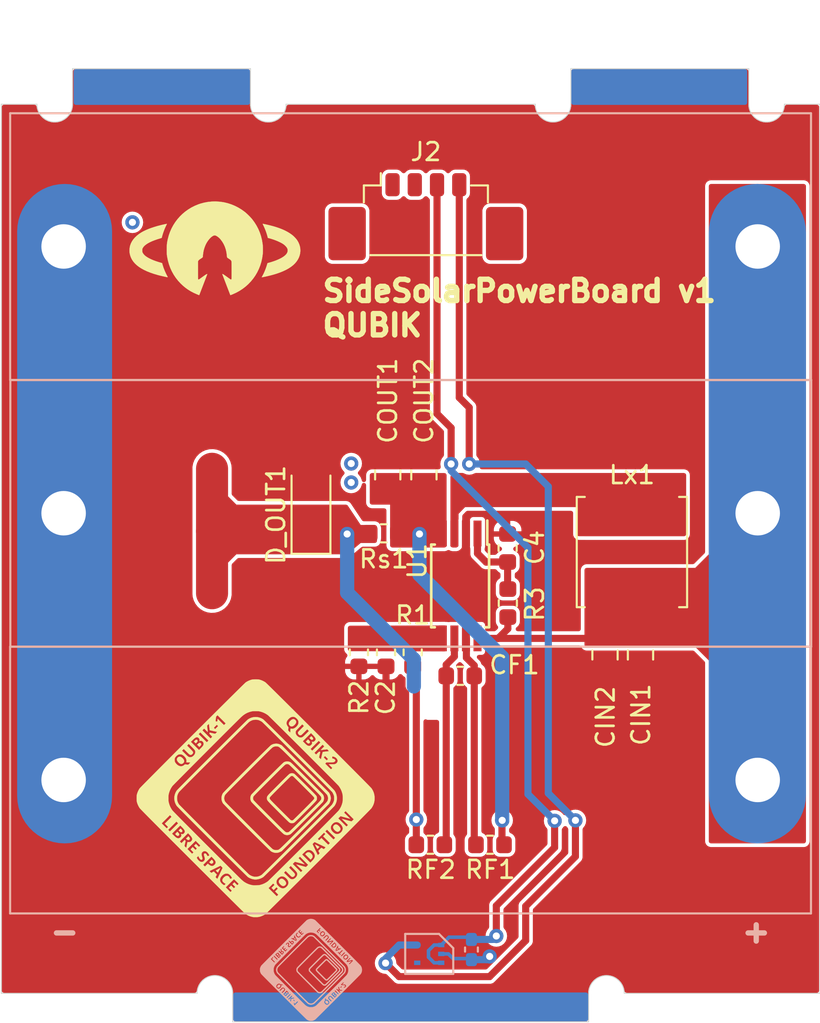
<source format=kicad_pcb>
(kicad_pcb (version 20221018) (generator pcbnew)
  (layers (0 "F.Cu" signal) (1 "In1.Cu" signal) (2 "In2.Cu" signal) (3 "In3.Cu" signal) (4 "In4.Cu" signal) (31 "B.Cu" signal) (34 "B.Paste" user) (35 "F.Paste" user) (36 "B.SilkS" user "B.Silkscreen") (37 "F.SilkS" user "F.Silkscreen") (38 "B.Mask" user) (39 "F.Mask" user) (44 "Edge.Cuts" user))
  (net 0 "")
  (net 1 "GND")
  (net 2 "/VCTRL")
  (net 3 "/ICTRL+")
  (net 4 "/ICTRL-")
  (net 5 "/LX")
  (net 6 "/VOUT")
  (net 7 "/MPP-SET")
  (net 8 "/PV+")
  (net 9 "/VBAT+")
  (net 10 "/LIGHT_VDD")
  (net 11 "/MTQ_1")
  (net 12 "/MTQ_2")
  (net 13 "/LIGHT_OUT")
  (footprint "Package_SO:TSSOP-8_4.4x3mm_P0.65mm" (layer "F.Cu") (at 151.281 100.589 -90)
    (fp_text reference "U1" (at -1.397 2.413 90) (layer "F.SilkS"))
    (fp_text value "SPV1040")
    (pad "1" smd rect (at -2.95 -0.975 270) (size 1.45 0.45) (layers "F.Cu" "F.Paste" "F.Mask") (net 7 "/MPP-SET"))
    (pad "2" smd rect (at -2.95 -0.325 270) (size 1.45 0.45) (layers "F.Cu" "F.Paste" "F.Mask") (net 1 "GND"))
    (pad "3" smd rect (at -2.95 0.325 270) (size 1.45 0.45) (layers "F.Cu" "F.Paste" "F.Mask") (net 5 "/LX"))
    (pad "4" smd rect (at -2.95 0.975 270) (size 1.45 0.45) (layers "F.Cu" "F.Paste" "F.Mask") (net 6 "/VOUT"))
    (pad "5" smd rect (at 2.95 0.975 270) (size 1.45 0.45) (layers "F.Cu" "F.Paste" "F.Mask") (net 2 "/VCTRL"))
    (pad "6" smd rect (at 2.95 0.325 270) (size 1.45 0.45) (layers "F.Cu" "F.Paste" "F.Mask") (net 4 "/ICTRL-"))
    (pad "7" smd rect (at 2.95 -0.325 270) (size 1.45 0.45) (layers "F.Cu" "F.Paste" "F.Mask") (net 3 "/ICTRL+"))
    (pad "8" smd rect (at 2.95 -0.975 270) (size 1.45 0.45) (layers "F.Cu" "F.Paste" "F.Mask") (net 8 "/PV+"))
  )
  (footprint "Capacitor_SMD:C_0805_2012Metric" (layer "F.Cu") (at 147.212 94.3415 90)
    (fp_text reference "COUT1" (at 4.1665 0.005 90) (layer "F.SilkS"))
    (fp_text value "33uF")
    (pad "1" smd roundrect (at -0.9375 0 90) (size 0.975 1.4) (layers "F.Cu" "F.Paste" "F.Mask") (net 6 "/VOUT"))
    (pad "2" smd roundrect (at 0.9375 0 90) (size 0.975 1.4) (layers "F.Cu" "F.Paste" "F.Mask") (net 1 "GND"))
  )
  (footprint "Resistor_SMD:R_0603_1608Metric" (layer "F.Cu") (at 146.9885 97.6299)
    (fp_text reference "Rs1" (at -0.0001 1.4478) (layer "F.SilkS"))
    (fp_text value "20m")
    (pad "1" smd roundrect (at -0.7875 0) (size 0.875 0.95) (layers "F.Cu" "F.Paste" "F.Mask") (net 9 "/VBAT+"))
    (pad "2" smd roundrect (at 0.7875 0) (size 0.875 0.95) (layers "F.Cu" "F.Paste" "F.Mask") (net 6 "/VOUT"))
  )
  (footprint "Capacitor_SMD:C_0805_2012Metric" (layer "F.Cu") (at 149.244 94.3415 90)
    (fp_text reference "COUT2" (at 4.1665 0.005 90) (layer "F.SilkS"))
    (fp_text value "33uF")
    (pad "1" smd roundrect (at -0.9375 0 90) (size 0.975 1.4) (layers "F.Cu" "F.Paste" "F.Mask") (net 6 "/VOUT"))
    (pad "2" smd roundrect (at 0.9375 0 90) (size 0.975 1.4) (layers "F.Cu" "F.Paste" "F.Mask") (net 1 "GND"))
  )
  (footprint "Capacitor_SMD:C_0805_2012Metric" (layer "F.Cu") (at 161.4142 104.4698 -90)
    (fp_text reference "CIN1" (at 3.3582 -0.0268 270) (layer "F.SilkS"))
    (fp_text value "33uF")
    (pad "1" smd roundrect (at -0.9375 0 270) (size 0.975 1.4) (layers "F.Cu" "F.Paste" "F.Mask") (net 8 "/PV+"))
    (pad "2" smd roundrect (at 0.9375 0 270) (size 0.975 1.4) (layers "F.Cu" "F.Paste" "F.Mask") (net 1 "GND"))
  )
  (footprint "Capacitor_SMD:C_0805_2012Metric" (layer "F.Cu") (at 159.4203 104.4675 -90)
    (fp_text reference "CIN2" (at 3.4875 -0.0254 270) (layer "F.SilkS"))
    (fp_text value "33uF")
    (pad "1" smd roundrect (at -0.9375 0 270) (size 0.975 1.4) (layers "F.Cu" "F.Paste" "F.Mask") (net 8 "/PV+"))
    (pad "2" smd roundrect (at 0.9375 0 270) (size 0.975 1.4) (layers "F.Cu" "F.Paste" "F.Mask") (net 1 "GND"))
  )
  (footprint "Capacitor_SMD:C_0603_1608Metric" (layer "F.Cu") (at 151.286 105.645 180)
    (fp_text reference "CF1" (at -3.043 0.611) (layer "F.SilkS"))
    (fp_text value "1uF")
    (pad "1" smd roundrect (at -0.7875 0 180) (size 0.875 0.95) (layers "F.Cu" "F.Paste" "F.Mask") (net 3 "/ICTRL+"))
    (pad "2" smd roundrect (at 0.7875 0 180) (size 0.875 0.95) (layers "F.Cu" "F.Paste" "F.Mask") (net 4 "/ICTRL-"))
  )
  (footprint "Capacitor_SMD:C_0603_1608Metric" (layer "F.Cu") (at 153.948 98.4555 90)
    (fp_text reference "C4" (at 0.0255 1.524 270) (layer "F.SilkS"))
    (fp_text value "100nF")
    (pad "1" smd roundrect (at -0.7875 0 90) (size 0.875 0.95) (layers "F.Cu" "F.Paste" "F.Mask") (net 7 "/MPP-SET"))
    (pad "2" smd roundrect (at 0.7875 0 90) (size 0.875 0.95) (layers "F.Cu" "F.Paste" "F.Mask") (net 1 "GND"))
  )
  (footprint "Resistor_SMD:R_0603_1608Metric" (layer "F.Cu") (at 153.9607 101.5542 90)
    (fp_text reference "R3" (at -0.0508 1.5113 90) (layer "F.SilkS"))
    (fp_text value "1k")
    (pad "1" smd roundrect (at -0.7875 0 90) (size 0.875 0.95) (layers "F.Cu" "F.Paste" "F.Mask") (net 8 "/PV+"))
    (pad "2" smd roundrect (at 0.7875 0 90) (size 0.875 0.95) (layers "F.Cu" "F.Paste" "F.Mask") (net 7 "/MPP-SET"))
  )
  (footprint "Resistor_SMD:R_0603_1608Metric" (layer "F.Cu") (at 152.9573 115.1432 180)
    (fp_text reference "RF1" (at -0.0126 -1.397 180) (layer "F.SilkS"))
    (fp_text value "1k")
    (pad "1" smd roundrect (at -0.7875 0 180) (size 0.875 0.95) (layers "F.Cu" "F.Paste" "F.Mask") (net 6 "/VOUT"))
    (pad "2" smd roundrect (at 0.7875 0 180) (size 0.875 0.95) (layers "F.Cu" "F.Paste" "F.Mask") (net 3 "/ICTRL+"))
  )
  (footprint "Resistor_SMD:R_0603_1608Metric" (layer "F.Cu") (at 149.6045 115.1432)
    (fp_text reference "RF2" (at 0.0255 1.397) (layer "F.SilkS"))
    (fp_text value "1k")
    (pad "1" smd roundrect (at -0.7875 0) (size 0.875 0.95) (layers "F.Cu" "F.Paste" "F.Mask") (net 9 "/VBAT+"))
    (pad "2" smd roundrect (at 0.7875 0) (size 0.875 0.95) (layers "F.Cu" "F.Paste" "F.Mask") (net 4 "/ICTRL-"))
  )
  (footprint "Resistor_SMD:R_0603_1608Metric" (layer "F.Cu") (at 148.614 104.3229 90)
    (fp_text reference "R1" (at 2.0829 0) (layer "F.SilkS"))
    (fp_text value "1M_0.1%")
    (pad "1" smd roundrect (at -0.7875 0 90) (size 0.875 0.95) (layers "F.Cu" "F.Paste" "F.Mask") (net 9 "/VBAT+"))
    (pad "2" smd roundrect (at 0.7875 0 90) (size 0.875 0.95) (layers "F.Cu" "F.Paste" "F.Mask") (net 2 "/VCTRL"))
  )
  (footprint "Resistor_SMD:R_0603_1608Metric" (layer "F.Cu") (at 145.5914 104.3228 -90)
    (fp_text reference "R2" (at 2.5399 -0.0127 90) (layer "F.SilkS"))
    (fp_text value "422k_0.1%")
    (pad "1" smd roundrect (at -0.7875 0 270) (size 0.875 0.95) (layers "F.Cu" "F.Paste" "F.Mask") (net 2 "/VCTRL"))
    (pad "2" smd roundrect (at 0.7875 0 270) (size 0.875 0.95) (layers "F.Cu" "F.Paste" "F.Mask") (net 1 "GND"))
  )
  (footprint "lsf-kicad-lib:DO-222AA" (layer "F.Cu") (at 142.899 96.618 90)
    (fp_text reference "D_OUT1" (at 0.0295 -1.9685 270) (layer "F.SilkS"))
    (fp_text value "4v5")
    (pad "1" smd rect (at -1.74 0 90) (size 0.65 0.95) (layers "F.Cu" "F.Paste" "F.Mask") (net 9 "/VBAT+"))
    (pad "1" smd rect (at -0.415 0 90) (size 2 1.95) (layers "F.Cu" "F.Paste" "F.Mask") (net 9 "/VBAT+"))
    (pad "2" smd rect (at 1.64 0 90) (size 0.85 0.65) (layers "F.Cu" "F.Paste" "F.Mask") (net 1 "GND"))
  )
  (footprint "Inductor_SMD:L_Bourns_SRN6045TA" (layer "F.Cu") (at 160.933 98.684 90)
    (fp_text reference "Lx1" (at 4.3385 0 180) (layer "F.SilkS"))
    (fp_text value "33uH")
    (pad "1" smd rect locked (at -2.075 0 90) (size 2.35 5.1) (layers "F.Cu" "F.Paste" "F.Mask") (net 8 "/PV+"))
    (pad "2" smd rect locked (at 2.075 0 90) (size 2.35 5.1) (layers "F.Cu" "F.Paste" "F.Mask") (net 5 "/LX"))
  )
  (footprint "Capacitor_SMD:C_0603_1608Metric" (layer "F.Cu") (at 147.1154 104.3228 90)
    (fp_text reference "C2" (at -2.5527 -0.0254 90) (layer "F.SilkS"))
    (fp_text value "1nF")
    (pad "1" smd roundrect (at -0.7875 0 90) (size 0.875 0.95) (layers "F.Cu" "F.Paste" "F.Mask") (net 1 "GND"))
    (pad "2" smd roundrect (at 0.7875 0 90) (size 0.875 0.95) (layers "F.Cu" "F.Paste" "F.Mask") (net 2 "/VCTRL"))
  )
  (footprint "lsf-kicad-lib:QUBIK-Logo-13x13" (layer "F.Cu") (at 139.7875 112.527)
    (fp_text reference "REF**" hide)
    (fp_text value "QUBIK-Logo-13x13" hide)
  )
  (footprint "lsf-kicad-lib:lsf-logo-10x6" (layer "F.Cu") (at 137.5015 81.6025)
    (fp_text reference "REF**" hide)
    (fp_text value "lsf-logo-10x6" hide)
  )
  (footprint "Connector_Molex:Molex_PicoBlade_53398-0471_1x04-1MP_P1.25mm_Vertical" (layer "F.Cu") (at 149.356 79.277)
    (fp_text reference "J2" (at 0 -3.1) (layer "F.SilkS"))
    (fp_text value "Conn_01x04")
    (pad "1" smd roundrect (at -1.875 -1.25) (size 0.8 1.3) (layers "F.Cu" "F.Paste" "F.Mask") (net 11 "/MTQ_1"))
    (pad "2" smd roundrect (at -0.625 -1.25) (size 0.8 1.3) (layers "F.Cu" "F.Paste" "F.Mask") (net 12 "/MTQ_2"))
    (pad "3" smd roundrect (at 0.625 -1.25) (size 0.8 1.3) (layers "F.Cu" "F.Paste" "F.Mask") (net 10 "/LIGHT_VDD"))
    (pad "4" smd roundrect (at 1.875 -1.25) (size 0.8 1.3) (layers "F.Cu" "F.Paste" "F.Mask") (net 13 "/LIGHT_OUT"))
    (pad "MP" smd roundrect (at -4.425 1.5) (size 2.1 3) (layers "F.Cu" "F.Paste" "F.Mask") (roundrect_rratio 0.119048))
    (pad "MP" smd roundrect (at 4.425 1.5) (size 2.1 3) (layers "F.Cu" "F.Paste" "F.Mask") (roundrect_rratio 0.119048))
  )
  (footprint "lsf-kicad-lib:SM141K04LV" (layer "B.Cu") (at 148.5066 96.5073 180)
    (fp_text reference "SC2" hide)
    (fp_text value "Solar_Cell")
    (pad "1" smd circle locked (at -19.5 0 180) (size 3 3) (layers "B.Cu" "B.Paste" "B.Mask") (net 8 "/PV+"))
    (pad "2" smd circle locked (at 19.5 0 180) (size 3 3) (layers "B.Cu" "B.Paste" "B.Mask") (net 1 "GND"))
  )
  (footprint "lsf-kicad-lib:SM141K04LV" (layer "B.Cu") (at 148.4939 111.506 180)
    (fp_text reference "SC3" hide)
    (fp_text value "Solar_Cell")
    (pad "1" smd circle locked (at -19.5 0 180) (size 3 3) (layers "B.Cu" "B.Paste" "B.Mask") (net 8 "/PV+"))
    (pad "2" smd circle locked (at 19.5 0 180) (size 3 3) (layers "B.Cu" "B.Paste" "B.Mask") (net 1 "GND"))
  )
  (footprint "lsf-kicad-lib:SM141K04LV" (layer "B.Cu") (at 148.4956 81.5086 180)
    (fp_text reference "SC1" hide)
    (fp_text value "Solar_Cell")
    (pad "1" smd circle (at -19.5 0 180) (size 3 3) (layers "B.Cu" "B.Paste" "B.Mask") (net 8 "/PV+"))
    (pad "2" smd circle (at 19.5 0 180) (size 3 3) (layers "B.Cu" "B.Paste" "B.Mask") (net 1 "GND"))
  )
  (footprint "lsf-kicad-lib:QUBIK-Logo-6x6" (layer "B.Cu") (at 142.899 122.179)
    (fp_text reference "REF**" hide)
    (fp_text value "QUBIK-Logo-6x6" hide)
  )
  (footprint "POQUITO_Panel_Library:WSOF-5" (layer "B.Cu") (at 149.543 121.282 180)
    (fp_text reference "U2" hide)
    (fp_text value "~")
    (pad "1" smd rect (at -0.675 0.5 270) (size 0.25 0.35) (layers "B.Cu" "B.Paste" "B.Mask") (net 10 "/LIGHT_VDD"))
    (pad "2" smd rect (at -0.675 0 270) (size 0.25 0.35) (layers "B.Cu" "B.Paste" "B.Mask") (net 1 "GND"))
    (pad "3" smd rect (at -0.675 -0.5 270) (size 0.25 0.35) (layers "B.Cu" "B.Paste" "B.Mask") (net 10 "/LIGHT_VDD"))
    (pad "4" smd rect (at 0.675 -0.5 270) (size 0.25 0.35) (layers "B.Cu" "B.Paste" "B.Mask"))
    (pad "5" smd rect (at 0.675 0.5 270) (size 0.25 0.35) (layers "B.Cu" "B.Paste" "B.Mask") (net 13 "/LIGHT_OUT"))
  )
  (footprint "Capacitor_SMD:C_0402_1005Metric_Pad0.74x0.62mm_HandSolder" (layer "B.Cu") (at 151.916 121.036 -90)
    (fp_text reference "C1" hide)
    (fp_text value "C")
    (pad "1" smd roundrect (at -0.5675 0 270) (size 0.735 0.62) (layers "B.Cu" "B.Paste" "B.Mask") (net 10 "/LIGHT_VDD"))
    (pad "2" smd roundrect (at 0.5675 0 270) (size 0.735 0.62) (layers "B.Cu" "B.Paste" "B.Mask") (net 1 "GND"))
  )
  (gr_line (start 125.5 73.5) (end 127.5 73.5) (stroke (width 0.05)) (layer "Edge.Cuts"))
  (gr_arc (start 141.5 73.5) (mid 140.5 74.5) (end 139.5 73.5) (stroke (width 0.05)) (layer "Edge.Cuts"))
  (gr_line (start 125.5 123.5) (end 125.5 73.5) (stroke (width 0.05)) (layer "Edge.Cuts"))
  (gr_line (start 129.5 73.5) (end 129.5 71.5) (stroke (width 0.05)) (layer "Edge.Cuts"))
  (gr_line (start 138.5 125.1) (end 158.5 125.1) (stroke (width 0.05)) (layer "Edge.Cuts"))
  (gr_line (start 171.5 123.5) (end 160.5 123.5) (stroke (width 0.05)) (layer "Edge.Cuts"))
  (gr_arc (start 169.5 73.5) (mid 168.5 74.5) (end 167.5 73.5) (stroke (width 0.05)) (layer "Edge.Cuts"))
  (gr_line (start 169.5 73.5) (end 171.5 73.5) (stroke (width 0.05)) (layer "Edge.Cuts"))
  (gr_line (start 158.5 125.1) (end 158.5 123.5) (stroke (width 0.05)) (layer "Edge.Cuts"))
  (gr_arc (start 129.5 73.5) (mid 128.5 74.5) (end 127.5 73.5) (stroke (width 0.05)) (layer "Edge.Cuts"))
  (gr_line (start 157.5 73.5) (end 157.5 71.5) (stroke (width 0.05)) (layer "Edge.Cuts"))
  (gr_arc (start 158.5 123.5) (mid 159.5 122.5) (end 160.5 123.5) (stroke (width 0.05)) (layer "Edge.Cuts"))
  (gr_line (start 167.5 71.5) (end 167.5 73.5) (stroke (width 0.05)) (layer "Edge.Cuts"))
  (gr_line (start 141.5 73.5) (end 155.5 73.5) (stroke (width 0.05)) (layer "Edge.Cuts"))
  (gr_arc (start 136.5 123.5) (mid 137.5 122.5) (end 138.5 123.5) (stroke (width 0.05)) (layer "Edge.Cuts"))
  (gr_line (start 171.5 73.5) (end 171.5 123.5) (stroke (width 0.05)) (layer "Edge.Cuts"))
  (gr_line (start 157.5 71.5) (end 167.5 71.5) (stroke (width 0.05)) (layer "Edge.Cuts"))
  (gr_line (start 125.5 123.5) (end 136.5 123.5) (stroke (width 0.05)) (layer "Edge.Cuts"))
  (gr_arc (start 157.5 73.5) (mid 156.5 74.5) (end 155.5 73.5) (stroke (width 0.05)) (layer "Edge.Cuts"))
  (gr_line (start 129.5 71.5) (end 139.5 71.5) (stroke (width 0.05)) (layer "Edge.Cuts"))
  (gr_line (start 138.5 123.5) (end 138.5 125.1) (stroke (width 0.05)) (layer "Edge.Cuts"))
  (gr_line (start 139.5 71.5) (end 139.5 73.5) (stroke (width 0.05)) (layer "Edge.Cuts"))
  (gr_text "-" (at 129.056 120.02) (layer "B.SilkS") (effects (font (size 1.2 1.2) (thickness 0.3)) (justify mirror)))
  (gr_text "+" (at 167.918 120.02) (layer "B.SilkS") (effects (font (size 1.2 1.2) (thickness 0.3)) (justify mirror)))
  (gr_text "SideSolarPowerBoard v1\nQUBIK" (at 143.407 84.968) (layer "F.SilkS") (effects (font (size 1.2 1.2) (thickness 0.3)) (justify left)))
  (segment (start 147.1154 105.1103) (end 147.1154 115.6004) (width 0.4) (layer "F.Cu") (net 1))
  (segment (start 147.1154 115.6004) (end 152.938168 121.423168) (width 0.4) (layer "F.Cu") (net 1))
  (via (at 129 81.5) (size 4) (drill 2.5) (layers "F.Cu" "B.Cu") (net 1))
  (via (at 129 96.5) (size 4) (drill 2.5) (layers "F.Cu" "B.Cu") (net 1))
  (via (at 129 111.5) (size 4) (drill 2.5) (layers "F.Cu" "B.Cu") (net 1))
  (via (at 152.938168 121.423168) (size 0.8) (drill 0.4) (layers "F.Cu" "B.Cu") (net 1))
  (segment (start 151.916 121.6035) (end 152.757836 121.6035) (width 0.4) (layer "B.Cu") (net 1))
  (segment (start 150.88 121.544) (end 151.8565 121.544) (width 0.2) (layer "B.Cu") (net 1))
  (segment (start 150.618 121.282) (end 150.88 121.544) (width 0.2) (layer "B.Cu") (net 1))
  (segment (start 152.757836 121.6035) (end 152.938168 121.423168) (width 0.4) (layer "B.Cu") (net 1))
  (segment (start 150.218 121.282) (end 150.618 121.282) (width 0.2) (layer "B.Cu") (net 1))
  (segment (start 151.8565 121.544) (end 151.916 121.6035) (width 0.2) (layer "B.Cu") (net 1))
  (segment (start 152.0735 105.645) (end 152.0735 105.0645) (width 0.4) (layer "F.Cu") (net 3))
  (segment (start 152.0735 105.0645) (end 151.630999 104.621999) (width 0.4) (layer "F.Cu") (net 3))
  (segment (start 152.0735 115.0469) (end 152.0735 105.645) (width 0.4) (layer "F.Cu") (net 3))
  (segment (start 152.1698 115.1432) (end 152.0735 115.0469) (width 0.4) (layer "F.Cu") (net 3))
  (segment (start 151.630999 104.621999) (end 151.630999 103.563999) (width 0.4) (layer "F.Cu") (net 3))
  (segment (start 150.4985 115.0367) (end 150.4985 105.645) (width 0.4) (layer "F.Cu") (net 4))
  (segment (start 150.956 104.559002) (end 150.956 103.539) (width 0.4) (layer "F.Cu") (net 4))
  (segment (start 150.392 114.94) (end 150.392 115.1432) (width 0.4) (layer "F.Cu") (net 4))
  (segment (start 150.4985 105.645) (end 150.4985 105.016502) (width 0.4) (layer "F.Cu") (net 4))
  (segment (start 150.392 115.1432) (end 150.4985 115.0367) (width 0.4) (layer "F.Cu") (net 4))
  (segment (start 150.4985 105.016502) (end 150.956 104.559002) (width 0.4) (layer "F.Cu") (net 4))
  (segment (start 153.6432 113.7208) (end 153.6305 113.7335) (width 0.4) (layer "F.Cu") (net 6))
  (segment (start 153.6305 115.0289) (end 153.7448 115.1432) (width 0.4) (layer "F.Cu") (net 6))
  (segment (start 153.6305 113.7335) (end 153.6305 115.0289) (width 0.4) (layer "F.Cu") (net 6))
  (via (at 145.1596 94.7724) (size 0.8) (drill 0.4) (layers "F.Cu" "B.Cu") (net 6))
  (via (at 148.995 97.668) (size 0.8) (drill 0.4) (layers "F.Cu" "B.Cu") (net 6))
  (via (at 145.1596 93.7056) (size 0.8) (drill 0.4) (layers "F.Cu" "B.Cu") (net 6))
  (via (at 153.6432 113.7716) (size 0.8) (drill 0.4) (layers "F.Cu" "B.Cu") (net 6))
  (via (at 132.866 80.142) (size 0.8) (drill 0.4) (layers "F.Cu" "B.Cu") (net 6))
  (segment (start 148.995 97.668) (end 148.995 99.954) (width 0.8) (layer "B.Cu") (net 6))
  (segment (start 153.6432 104.6022) (end 153.6432 113.7716) (width 0.8) (layer "B.Cu") (net 6))
  (segment (start 148.995 99.954) (end 153.6432 104.6022) (width 0.8) (layer "B.Cu") (net 6))
  (segment (start 152.748 99.243) (end 153.948 99.243) (width 0.4) (layer "F.Cu") (net 7))
  (segment (start 153.948 99.243) (end 153.948 100.754) (width 0.4) (layer "F.Cu") (net 7))
  (segment (start 152.7415 99.2495) (end 152.748 99.243) (width 0.4) (layer "F.Cu") (net 7))
  (segment (start 153.948 100.754) (end 153.9607 100.7667) (width 0.4) (layer "F.Cu") (net 7))
  (segment (start 152.256 98.764) (end 152.7415 99.2495) (width 0.4) (layer "F.Cu") (net 7))
  (segment (start 152.256 97.639) (end 152.256 98.764) (width 0.4) (layer "F.Cu") (net 7))
  (segment (start 152.881 103.539) (end 152.256 103.539) (width 0.4) (layer "F.Cu") (net 8))
  (segment (start 153.4182 103.539) (end 159.4113 103.539) (width 0.4) (layer "F.Cu") (net 8))
  (segment (start 153.9607 102.3417) (end 153.9607 102.9965) (width 0.4) (layer "F.Cu") (net 8))
  (segment (start 152.256 103.539) (end 153.4182 103.539) (width 0.4) (layer "F.Cu") (net 8))
  (segment (start 153.9607 102.9965) (end 153.4182 103.539) (width 0.4) (layer "F.Cu") (net 8))
  (segment (start 159.4113 103.539) (end 159.4203 103.53) (width 0.4) (layer "F.Cu") (net 8))
  (via (at 168 96.5) (size 4) (drill 2.5) (layers "F.Cu" "B.Cu") (net 8))
  (via (at 168 111.5) (size 4) (drill 2.5) (layers "F.Cu" "B.Cu") (net 8))
  (via (at 168 81.5) (size 4) (drill 2.5) (layers "F.Cu" "B.Cu") (net 8))
  (segment (start 167.9956 96.4956) (end 168 96.5) (width 1.8) (layer "B.Cu") (net 8))
  (segment (start 168 111.4999) (end 167.9939 111.506) (width 1.8) (layer "B.Cu") (net 8))
  (segment (start 137.34 94) (end 137.34 97.512) (width 1.8) (layer "F.Cu") (net 9))
  (segment (start 148.8172 113.7251) (end 148.8172 106.3802) (width 0.4) (layer "F.Cu") (net 9))
  (segment (start 148.614 106.177) (end 148.614 105.1104) (width 0.4) (layer "F.Cu") (net 9))
  (segment (start 137.34 101) (end 137.34 97.512) (width 1.8) (layer "F.Cu") (net 9))
  (segment (start 148.8172 106.3802) (end 148.614 106.177) (width 0.4) (layer "F.Cu") (net 9))
  (segment (start 148.817 113.7253) (end 148.817 115.1432) (width 0.4) (layer "F.Cu") (net 9))
  (via (at 148.817 113.7253) (size 0.8) (drill 0.4) (layers "F.Cu" "B.Cu") (net 9))
  (via (at 144.931 97.668) (size 0.8) (drill 0.4) (layers "F.Cu" "B.Cu") (net 9))
  (segment (start 148.6775 104.7165) (end 148.6775 106.2405) (width 0.8) (layer "B.Cu") (net 9))
  (segment (start 144.931 97.668) (end 144.931 100.97) (width 0.8) (layer "B.Cu") (net 9))
  (segment (start 144.931 100.97) (end 148.6775 104.7165) (width 0.8) (layer "B.Cu") (net 9))
  (segment (start 156.5896 113.797) (end 156.5896 115.2956) (width 0.4) (layer "F.Cu") (net 10))
  (segment (start 150.773 93.731) (end 150.773 91.699) (width 0.4) (layer "F.Cu") (net 10))
  (segment (start 150.773 91.699) (end 149.981 90.907) (width 0.4) (layer "F.Cu") (net 10))
  (segment (start 153.313 118.5722) (end 153.313 120.274) (width 0.4) (layer "F.Cu") (net 10))
  (segment (start 149.981 90.907) (end 149.981 78.027) (width 0.4) (layer "F.Cu") (net 10))
  (segment (start 156.5896 115.2956) (end 153.313 118.5722) (width 0.4) (layer "F.Cu") (net 10))
  (via (at 153.313 120.274) (size 0.8) (drill 0.4) (layers "F.Cu" "B.Cu") (net 10))
  (via (at 150.773 93.731) (size 0.8) (drill 0.4) (layers "F.Cu" "B.Cu") (net 10))
  (via (at 156.5896 113.797) (size 0.8) (drill 0.4) (layers "F.Cu" "B.Cu") (net 10))
  (segment (start 149.503 121.097) (end 149.818 120.782) (width 0.2) (layer "B.Cu") (net 10))
  (segment (start 149.503 121.467) (end 149.503 121.097) (width 0.2) (layer "B.Cu") (net 10))
  (segment (start 150.773 94.112) (end 155.091 98.43) (width 0.4) (layer "B.Cu") (net 10))
  (segment (start 150.773 93.731) (end 150.773 94.112) (width 0.4) (layer "B.Cu") (net 10))
  (segment (start 151.916 120.3415) (end 150.6585 120.3415) (width 0.2) (layer "B.Cu") (net 10))
  (segment (start 155.091 98.43) (end 155.091 112.2984) (width 0.4) (layer "B.Cu") (net 10))
  (segment (start 153.313 120.274) (end 153.1185 120.4685) (width 0.4) (layer "B.Cu") (net 10))
  (segment (start 153.1185 120.4685) (end 151.916 120.4685) (width 0.4) (layer "B.Cu") (net 10))
  (segment (start 149.818 121.782) (end 149.503 121.467) (width 0.2) (layer "B.Cu") (net 10))
  (segment (start 150.218 121.782) (end 149.818 121.782) (width 0.2) (layer "B.Cu") (net 10))
  (segment (start 150.6585 120.3415) (end 150.218 120.782) (width 0.2) (layer "B.Cu") (net 10))
  (segment (start 149.818 120.782) (end 150.218 120.782) (width 0.2) (layer "B.Cu") (net 10))
  (segment (start 155.091 112.2984) (end 156.5896 113.797) (width 0.4) (layer "B.Cu") (net 10))
  (segment (start 154.964 118.5976) (end 154.964 120.528) (width 0.4) (layer "F.Cu") (net 13))
  (segment (start 151.231 89.998) (end 151.789 90.556) (width 0.4) (layer "F.Cu") (net 13))
  (segment (start 151.789 90.556) (end 151.789 93.731) (width 0.4) (layer "F.Cu") (net 13))
  (segment (start 152.932 122.56) (end 147.852 122.56) (width 0.4) (layer "F.Cu") (net 13))
  (segment (start 154.964 120.528) (end 152.932 122.56) (width 0.4) (layer "F.Cu") (net 13))
  (segment (start 151.231 78.027) (end 151.231 89.998) (width 0.4) (layer "F.Cu") (net 13))
  (segment (start 157.758 115.8036) (end 154.964 118.5976) (width 0.4) (layer "F.Cu") (net 13))
  (segment (start 157.758 113.7716) (end 157.758 115.8036) (width 0.4) (layer "F.Cu") (net 13))
  (segment (start 147.852 122.56) (end 147.09 121.798) (width 0.4) (layer "F.Cu") (net 13))
  (via (at 157.758 113.7716) (size 0.8) (drill 0.4) (layers "F.Cu" "B.Cu") (net 13))
  (via (at 147.09 121.798) (size 0.8) (drill 0.4) (layers "F.Cu" "B.Cu") (net 13))
  (via (at 151.789 93.731) (size 0.8) (drill 0.4) (layers "F.Cu" "B.Cu") (net 13))
  (segment (start 147.09 121.544) (end 147.852 120.782) (width 0.4) (layer "B.Cu") (net 13))
  (segment (start 154.964 93.731) (end 151.789 93.731) (width 0.4) (layer "B.Cu") (net 13))
  (segment (start 147.09 121.798) (end 147.09 121.671) (width 0.4) (layer "B.Cu") (net 13))
  (segment (start 147.852 120.782) (end 148.868 120.782) (width 0.4) (layer "B.Cu") (net 13))
  (segment (start 156.234 112.2476) (end 156.234 95.001) (width 0.4) (layer "B.Cu") (net 13))
  (segment (start 157.758 113.7716) (end 156.234 112.2476) (width 0.4) (layer "B.Cu") (net 13))
  (segment (start 156.234 95.001) (end 154.964 93.731) (width 0.4) (layer "B.Cu") (net 13))
  (zone (net 8) (net_name "/PV+") (layer "F.Cu") (priority 1) (connect_pads yes (clearance 0.2)) (min_thickness 0.25) (fill yes (thermal_gap 0.3) (thermal_bridge_width 0.3))
    (polygon (pts (xy 170.712 115.067) (xy 165.251 115.067) (xy 165.251 104.78) (xy 164.489 104.018) (xy 158.266 104.018) (xy 158.266 99.573) (xy 164.489 99.573) (xy 165.251 98.811) (xy 165.251 77.983) (xy 170.712 77.983)))
  )
  (zone (net 5) (net_name "/LX") (layer "F.Cu") (priority 1) (connect_pads yes (clearance 0.2)) (min_thickness 0.25) (fill yes (thermal_gap 0.3) (thermal_bridge_width 0.3))
    (polygon (pts (xy 150.7349 98.43) (xy 150.7349 94.235825) (xy 163.981 94.237413) (xy 163.981 97.796588) (xy 157.8342 97.795) (xy 157.8342 96.1567) (xy 151.5604 96.1567) (xy 151.1921 96.5377) (xy 151.1921 98.43)))
  )
  (zone (net 9) (net_name "/VBAT+") (layer "F.Cu") (priority 1) (connect_pads yes (clearance 0.2)) (min_thickness 0.25) (fill yes (thermal_gap 0.3) (thermal_bridge_width 0.3))
    (polygon (pts (xy 136.676 95.509) (xy 138.2 95.509) (xy 138.708 96.017) (xy 144.931 96.017) (xy 145.693 97.16) (xy 146.60728 97.16) (xy 146.60728 98.176) (xy 145.693 98.176) (xy 144.931 98.811) (xy 138.708 98.811) (xy 138.2 99.319) (xy 136.676 99.319)))
  )
  (zone (net 6) (net_name "/VOUT") (layer "F.Cu") (priority 1) (connect_pads yes (clearance 0.2)) (min_thickness 0.25) (fill yes (thermal_gap 0.3) (thermal_bridge_width 0.3))
    (polygon (pts (xy 146.201 94.239) (xy 146.201 96.017) (xy 147.344 96.017) (xy 147.344 98.43) (xy 150.519 98.43) (xy 150.519 94.239)))
  )
  (zone (net 2) (net_name "/VCTRL") (layer "F.Cu") (priority 1) (connect_pads yes (clearance 0.2)) (min_thickness 0.25) (fill yes (thermal_gap 0.3) (thermal_bridge_width 0.3))
    (polygon (pts (xy 144.9691 102.8242) (xy 150.5317 102.8115) (xy 150.5317 104.272) (xy 144.9691 104.2593)))
  )
  (zone (net 1) (net_name "GND") (layer "F.Cu") (connect_pads (clearance 0.2)) (min_thickness 0.25) (fill yes (thermal_gap 0.3) (thermal_bridge_width 0.3))
    (polygon (pts (xy 125.476 71.501) (xy 171.45 71.501) (xy 171.45 125.095) (xy 125.476 125.095)))
  )
  (zone (net 0) (net_name "") (layer "F.Cu") (connect_pads (clearance 0)) (min_thickness 0.25)
    (keepout (tracks not_allowed) (vias not_allowed) (pads allowed) (copperpour not_allowed) (footprints allowed))
    (fill (thermal_gap 0.3) (thermal_bridge_width 0.3))
    (polygon (pts (xy 149.4268 108.1201) (xy 149.4268 106.7485) (xy 150.0364 106.7485) (xy 150.0364 108.1201)))
  )
  (zone (net 0) (net_name "") (layer "B.Cu") (connect_pads yes (clearance 0)) (min_thickness 0.25) (fill yes (thermal_gap 0.3) (thermal_bridge_width 0.3))
    (polygon (pts (xy 138.454 125.1) (xy 138.454 123.449) (xy 158.52 123.449) (xy 158.52 125.1)))
  )
  (zone (net 0) (net_name "") (layer "B.Cu") (connect_pads yes (clearance 0)) (min_thickness 0.25) (fill yes (thermal_gap 0.3) (thermal_bridge_width 0.3))
    (polygon (pts (xy 129.564 71.506) (xy 129.564 73.538) (xy 167.41 73.538) (xy 167.41 71.506)))
  )
  (zone (net 8) (net_name "/PV+") (layer "B.Cu") (connect_pads yes (clearance 0.2)) (min_thickness 0.25) (fill yes (thermal_gap 0.3) (thermal_bridge_width 0.3) (smoothing fillet) (radius 4))
    (polygon (pts (xy 170.712 77.983) (xy 165.251 77.983) (xy 165.251 115.067) (xy 170.712 115.067)))
  )
  (zone (net 1) (net_name "GND") (layer "B.Cu") (connect_pads yes (clearance 0.2)) (min_thickness 0.25) (fill yes (thermal_gap 0.3) (thermal_bridge_width 0.3) (smoothing fillet) (radius 4))
    (polygon (pts (xy 126.389 77.983) (xy 131.723 77.983) (xy 131.723 115.067) (xy 126.389 115.067)))
  )
)
</source>
